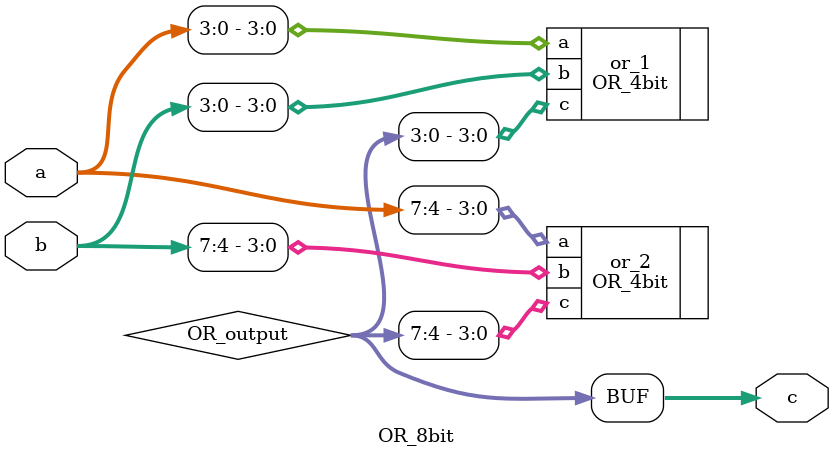
<source format=v>
`include "OR_4bit.v"

module OR_8bit(
	input wire [7:0] a,
	input wire [7:0] b,
	output wire [7:0] c
);

wire [7:0] OR_output;

OR_4bit or_1(
	.a(a[3:0]),
	.b(b[3:0]),
	.c(OR_output[3:0])
);

OR_4bit or_2(
	.a(a[7:4]),
	.b(b[7:4]),
	.c(OR_output[7:4])
);

assign c = OR_output;

endmodule

</source>
